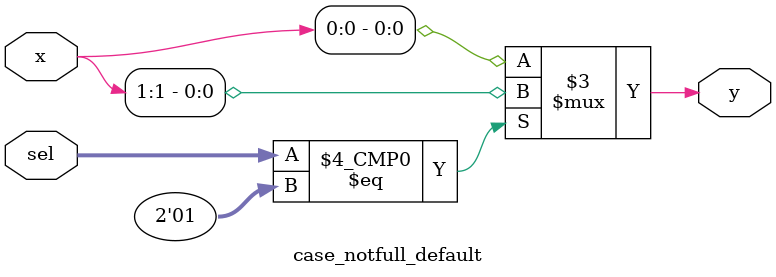
<source format=v>
module case_notfull_default(sel,x,y);
    input [1:0] sel;
    input [3:0] x;
    output reg y;
    
    always @(*)
        begin
            case(sel)
                2'b00:
                    y=x[0];
                2'b01:
                    y=x[1];
                default:
                    y=x[0];
            endcase
        end
endmodule

</source>
